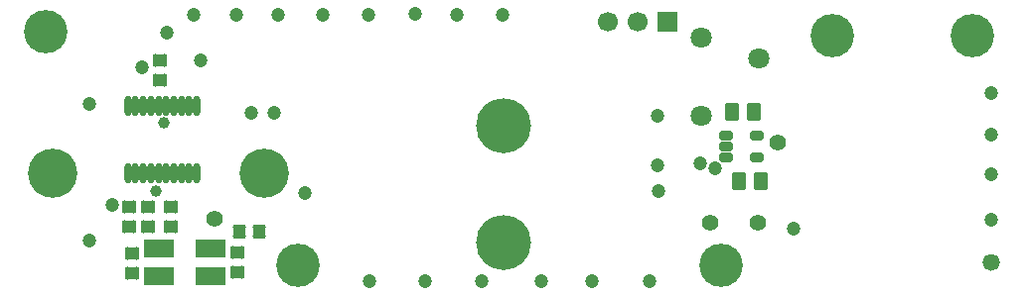
<source format=gbs>
G04 Layer_Color=16711935*
%FSLAX42Y42*%
%MOMM*%
G71*
G01*
G75*
G04:AMPARAMS|DCode=35|XSize=1.2mm|YSize=1.1mm|CornerRadius=0.21mm|HoleSize=0mm|Usage=FLASHONLY|Rotation=270.000|XOffset=0mm|YOffset=0mm|HoleType=Round|Shape=RoundedRectangle|*
%AMROUNDEDRECTD35*
21,1,1.20,0.68,0,0,270.0*
21,1,0.78,1.10,0,0,270.0*
1,1,0.43,-0.34,-0.39*
1,1,0.43,-0.34,0.39*
1,1,0.43,0.34,0.39*
1,1,0.43,0.34,-0.39*
%
%ADD35ROUNDEDRECTD35*%
%ADD38C,4.70*%
%ADD39C,3.70*%
%ADD40C,1.40*%
%ADD41C,1.80*%
%ADD42C,4.20*%
%ADD43C,1.70*%
%ADD44R,1.70X1.70*%
%ADD45C,1.47*%
%ADD46C,1.20*%
%ADD47C,1.00*%
G04:AMPARAMS|DCode=48|XSize=1.2mm|YSize=1.1mm|CornerRadius=0.21mm|HoleSize=0mm|Usage=FLASHONLY|Rotation=0.000|XOffset=0mm|YOffset=0mm|HoleType=Round|Shape=RoundedRectangle|*
%AMROUNDEDRECTD48*
21,1,1.20,0.68,0,0,0.0*
21,1,0.78,1.10,0,0,0.0*
1,1,0.43,0.39,-0.34*
1,1,0.43,-0.39,-0.34*
1,1,0.43,-0.39,0.34*
1,1,0.43,0.39,0.34*
%
%ADD48ROUNDEDRECTD48*%
%ADD49R,2.60X1.50*%
G04:AMPARAMS|DCode=50|XSize=1.6mm|YSize=1.2mm|CornerRadius=0.23mm|HoleSize=0mm|Usage=FLASHONLY|Rotation=90.000|XOffset=0mm|YOffset=0mm|HoleType=Round|Shape=RoundedRectangle|*
%AMROUNDEDRECTD50*
21,1,1.60,0.75,0,0,90.0*
21,1,1.15,1.20,0,0,90.0*
1,1,0.45,0.38,0.57*
1,1,0.45,0.38,-0.57*
1,1,0.45,-0.38,-0.57*
1,1,0.45,-0.38,0.57*
%
%ADD50ROUNDEDRECTD50*%
%ADD51O,0.65X1.75*%
G04:AMPARAMS|DCode=52|XSize=0.8mm|YSize=1.2mm|CornerRadius=0.18mm|HoleSize=0mm|Usage=FLASHONLY|Rotation=90.000|XOffset=0mm|YOffset=0mm|HoleType=Round|Shape=RoundedRectangle|*
%AMROUNDEDRECTD52*
21,1,0.80,0.85,0,0,90.0*
21,1,0.45,1.20,0,0,90.0*
1,1,0.35,0.42,0.23*
1,1,0.35,0.42,-0.23*
1,1,0.35,-0.42,-0.23*
1,1,0.35,-0.42,0.23*
%
%ADD52ROUNDEDRECTD52*%
D35*
X1945Y590D02*
D03*
X2115D02*
D03*
D38*
X4200Y1500D02*
D03*
Y500D02*
D03*
D39*
X300Y2300D02*
D03*
X8200Y2270D02*
D03*
X7000D02*
D03*
X2450Y300D02*
D03*
X6050D02*
D03*
D40*
X6370Y670D02*
D03*
X5960Y670D02*
D03*
X6540Y1350D02*
D03*
X1740Y700D02*
D03*
D41*
X5885Y1580D02*
D03*
Y2250D02*
D03*
X6375Y2070D02*
D03*
D42*
X2155Y1095D02*
D03*
X355D02*
D03*
D43*
X5092Y2390D02*
D03*
X5346D02*
D03*
D44*
X5600D02*
D03*
D45*
X8360Y330D02*
D03*
D46*
X6670Y620D02*
D03*
X1120Y2000D02*
D03*
X1615Y2055D02*
D03*
X1560Y2450D02*
D03*
X1920D02*
D03*
X2280D02*
D03*
X2660D02*
D03*
X3050D02*
D03*
X4190D02*
D03*
X3800D02*
D03*
X3443Y2453D02*
D03*
X3060Y170D02*
D03*
X3530D02*
D03*
X4010D02*
D03*
X4520D02*
D03*
X4950D02*
D03*
X5440D02*
D03*
X8360Y690D02*
D03*
Y1080D02*
D03*
Y1420D02*
D03*
Y1780D02*
D03*
X2510Y920D02*
D03*
X5520Y940D02*
D03*
X1330Y2290D02*
D03*
X6000Y1130D02*
D03*
X5880Y1180D02*
D03*
X860Y820D02*
D03*
X5510Y1580D02*
D03*
Y1160D02*
D03*
X2050Y1610D02*
D03*
X2240D02*
D03*
X667Y513D02*
D03*
Y1683D02*
D03*
D47*
X1300Y1520D02*
D03*
X1240Y940D02*
D03*
X1360Y635D02*
D03*
D48*
X1270Y2055D02*
D03*
Y1885D02*
D03*
X1170Y805D02*
D03*
Y635D02*
D03*
X1010Y805D02*
D03*
Y635D02*
D03*
X1360Y805D02*
D03*
Y635D02*
D03*
X1930Y245D02*
D03*
Y415D02*
D03*
X1030Y405D02*
D03*
Y235D02*
D03*
D49*
X1260Y210D02*
D03*
X1700D02*
D03*
Y450D02*
D03*
X1260D02*
D03*
D50*
X6150Y1620D02*
D03*
X6330D02*
D03*
X6390Y1020D02*
D03*
X6210D02*
D03*
D51*
X1062Y1670D02*
D03*
X998D02*
D03*
X1193D02*
D03*
X1127D02*
D03*
X1258D02*
D03*
X1322D02*
D03*
X998Y1090D02*
D03*
X1127D02*
D03*
X1062D02*
D03*
X1258D02*
D03*
X1193D02*
D03*
X1322D02*
D03*
X1387Y1670D02*
D03*
X1453D02*
D03*
X1518D02*
D03*
X1582D02*
D03*
X1453Y1090D02*
D03*
X1387D02*
D03*
X1582D02*
D03*
X1518D02*
D03*
D52*
X6360Y1225D02*
D03*
Y1415D02*
D03*
X6100Y1225D02*
D03*
Y1320D02*
D03*
Y1415D02*
D03*
M02*

</source>
